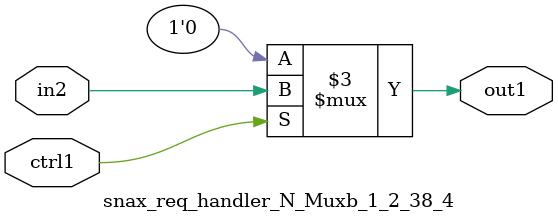
<source format=v>

`timescale 1ps / 1ps


module snax_req_handler_N_Muxb_1_2_38_4( in2, ctrl1, out1 );

    input in2;
    input ctrl1;
    output out1;
    reg out1;

    
    // rtl_process:snax_req_handler_N_Muxb_1_2_38_4/snax_req_handler_N_Muxb_1_2_38_4_thread_1
    always @*
      begin : snax_req_handler_N_Muxb_1_2_38_4_thread_1
        case (ctrl1) 
          1'b1: 
            begin
              out1 = in2;
            end
          default: 
            begin
              out1 = 1'b0;
            end
        endcase
      end

endmodule



</source>
